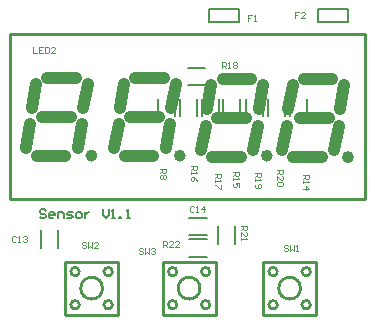
<source format=gto>
G04*
G04 #@! TF.GenerationSoftware,Altium Limited,Altium Designer,23.10.1 (27)*
G04*
G04 Layer_Color=65535*
%FSLAX25Y25*%
%MOIN*%
G70*
G04*
G04 #@! TF.SameCoordinates,05B082E4-6B6C-4FD1-8055-B93BD63D6B00*
G04*
G04*
G04 #@! TF.FilePolarity,Positive*
G04*
G01*
G75*
%ADD10C,0.01000*%
%ADD11C,0.01968*%
%ADD12C,0.00787*%
%ADD13C,0.03937*%
%ADD14C,0.00500*%
%ADD15C,0.00300*%
D10*
X61408Y-90988D02*
G03*
X61408Y-90988I-1420J0D01*
G01*
X72432D02*
G03*
X72432Y-90988I-1420J0D01*
G01*
Y-102013D02*
G03*
X72432Y-102013I-1420J0D01*
G01*
X61408D02*
G03*
X61408Y-102013I-1420J0D01*
G01*
X69130Y-96500D02*
G03*
X69130Y-96500I-3630J0D01*
G01*
X94908Y-90988D02*
G03*
X94908Y-90988I-1420J0D01*
G01*
X105932D02*
G03*
X105932Y-90988I-1420J0D01*
G01*
Y-102013D02*
G03*
X105932Y-102013I-1420J0D01*
G01*
X94908D02*
G03*
X94908Y-102013I-1420J0D01*
G01*
X102630Y-96500D02*
G03*
X102630Y-96500I-3630J0D01*
G01*
X28908Y-90988D02*
G03*
X28908Y-90988I-1420J0D01*
G01*
X39932D02*
G03*
X39932Y-90988I-1420J0D01*
G01*
Y-102013D02*
G03*
X39932Y-102013I-1420J0D01*
G01*
X28908D02*
G03*
X28908Y-102013I-1420J0D01*
G01*
X36630Y-96500D02*
G03*
X36630Y-96500I-3630J0D01*
G01*
X74358Y-105359D02*
Y-87642D01*
X56642D02*
X74358D01*
X56642Y-105359D02*
Y-87642D01*
Y-105359D02*
X74358D01*
X5945Y-11744D02*
X124055D01*
X5945Y-66862D02*
X124055D01*
X5945Y-11744D02*
X5945Y-66862D01*
X124055D02*
Y-11744D01*
X107858Y-105359D02*
Y-87642D01*
X90142D02*
X107858D01*
X90142Y-105359D02*
Y-87642D01*
Y-105359D02*
X107858D01*
X41858D02*
Y-87642D01*
X24142D02*
X41858D01*
X24142Y-105359D02*
Y-87642D01*
Y-105359D02*
X41858D01*
D11*
X92375Y-52303D02*
G03*
X92375Y-52303I-1000J0D01*
G01*
X63375D02*
G03*
X63375Y-52303I-1000J0D01*
G01*
X33938D02*
G03*
X33938Y-52303I-1000J0D01*
G01*
X119438Y-52803D02*
G03*
X119438Y-52803I-1000J0D01*
G01*
D12*
X65447Y-85954D02*
X71353D01*
X65447Y-80246D02*
X71353D01*
X65547Y-73046D02*
X71453D01*
X65547Y-78754D02*
X71453D01*
X60754Y-39253D02*
Y-33347D01*
X55046Y-39253D02*
Y-33347D01*
X104754Y-39253D02*
Y-33347D01*
X99046Y-39253D02*
Y-33347D01*
X76746Y-39353D02*
Y-33447D01*
X82454Y-39353D02*
Y-33447D01*
X62379Y-39253D02*
Y-33347D01*
X68088Y-39253D02*
Y-33347D01*
X69712Y-39253D02*
Y-33347D01*
X75421Y-39253D02*
Y-33347D01*
X65047Y-23146D02*
X70953D01*
X65047Y-28854D02*
X70953D01*
X84379Y-39253D02*
Y-33347D01*
X90088Y-39253D02*
Y-33347D01*
X91712Y-39253D02*
Y-33347D01*
X97421Y-39253D02*
Y-33347D01*
X21854Y-83153D02*
Y-77247D01*
X16146Y-83153D02*
Y-77247D01*
X80854Y-81753D02*
Y-75847D01*
X75146Y-81753D02*
Y-75847D01*
D13*
X102500Y-39803D02*
X112000D01*
X11125Y-49803D02*
X12625Y-41803D01*
X30250Y-36303D02*
X31750Y-28303D01*
X16500Y-39303D02*
X26000D01*
X18250Y-26303D02*
X27750D01*
X14750Y-52303D02*
X24250D01*
X13000Y-36303D02*
X14500Y-28303D01*
X98500Y-36803D02*
X100000Y-28803D01*
X100250Y-52803D02*
X109750D01*
X103750Y-26803D02*
X113250D01*
X115750Y-36803D02*
X117250Y-28803D01*
X96625Y-50303D02*
X98125Y-42303D01*
X113875Y-50303D02*
X115375Y-42303D01*
X42375Y-36303D02*
X43875Y-28302D01*
X44125Y-52302D02*
X53625D01*
X47625Y-26302D02*
X57125D01*
X45875Y-39303D02*
X55375D01*
X59625Y-36303D02*
X61125Y-28302D01*
X40500Y-49803D02*
X42000Y-41802D01*
X28375Y-49803D02*
X29875Y-41803D01*
X71438Y-36803D02*
X72938Y-28802D01*
X73188Y-52802D02*
X82687D01*
X76688Y-26803D02*
X86187D01*
X74937Y-39803D02*
X84438D01*
X88687Y-36803D02*
X90188Y-28802D01*
X69563Y-50302D02*
X71062Y-42303D01*
X86813Y-50302D02*
X88313Y-42303D01*
X57750Y-49803D02*
X59250Y-41802D01*
D14*
X108531Y-3335D02*
X118374D01*
X108531Y-7665D02*
X118374D01*
X108531D02*
Y-3335D01*
X118374Y-7665D02*
Y-3335D01*
X72126Y-7665D02*
X81968D01*
X72126Y-3335D02*
X81968D01*
Y-7665D02*
Y-3335D01*
X72126Y-7665D02*
Y-3335D01*
X17699Y-70601D02*
X17199Y-70101D01*
X16200D01*
X15700Y-70601D01*
Y-71101D01*
X16200Y-71601D01*
X17199D01*
X17699Y-72100D01*
Y-72600D01*
X17199Y-73100D01*
X16200D01*
X15700Y-72600D01*
X20199Y-73100D02*
X19199D01*
X18699Y-72600D01*
Y-71601D01*
X19199Y-71101D01*
X20199D01*
X20698Y-71601D01*
Y-72100D01*
X18699D01*
X21698Y-73100D02*
Y-71101D01*
X23198D01*
X23697Y-71601D01*
Y-73100D01*
X24697D02*
X26197D01*
X26696Y-72600D01*
X26197Y-72100D01*
X25197D01*
X24697Y-71601D01*
X25197Y-71101D01*
X26696D01*
X28196Y-73100D02*
X29196D01*
X29695Y-72600D01*
Y-71601D01*
X29196Y-71101D01*
X28196D01*
X27696Y-71601D01*
Y-72600D01*
X28196Y-73100D01*
X30695Y-71101D02*
Y-73100D01*
Y-72100D01*
X31195Y-71601D01*
X31695Y-71101D01*
X32195D01*
X36693Y-70101D02*
Y-72100D01*
X37693Y-73100D01*
X38693Y-72100D01*
Y-70101D01*
X39692Y-73100D02*
X40692D01*
X40192D01*
Y-70101D01*
X39692Y-70601D01*
X42191Y-73100D02*
Y-72600D01*
X42691D01*
Y-73100D01*
X42191D01*
X44691D02*
X45690D01*
X45191D01*
Y-70101D01*
X44691Y-70601D01*
D15*
X50067Y-83434D02*
X49734Y-83100D01*
X49067D01*
X48734Y-83434D01*
Y-83767D01*
X49067Y-84100D01*
X49734D01*
X50067Y-84433D01*
Y-84766D01*
X49734Y-85100D01*
X49067D01*
X48734Y-84766D01*
X50734Y-83100D02*
Y-85100D01*
X51400Y-84433D01*
X52066Y-85100D01*
Y-83100D01*
X52733Y-83434D02*
X53066Y-83100D01*
X53733D01*
X54066Y-83434D01*
Y-83767D01*
X53733Y-84100D01*
X53399D01*
X53733D01*
X54066Y-84433D01*
Y-84766D01*
X53733Y-85100D01*
X53066D01*
X52733Y-84766D01*
X56734Y-82800D02*
Y-80800D01*
X57734D01*
X58067Y-81134D01*
Y-81800D01*
X57734Y-82133D01*
X56734D01*
X57401D02*
X58067Y-82800D01*
X60066D02*
X58734D01*
X60066Y-81467D01*
Y-81134D01*
X59733Y-80800D01*
X59067D01*
X58734Y-81134D01*
X62066Y-82800D02*
X60733D01*
X62066Y-81467D01*
Y-81134D01*
X61733Y-80800D01*
X61066D01*
X60733Y-81134D01*
X82700Y-75667D02*
X84700D01*
Y-76667D01*
X84367Y-77000D01*
X83700D01*
X83367Y-76667D01*
Y-75667D01*
Y-76334D02*
X82700Y-77000D01*
Y-79000D02*
Y-77667D01*
X84033Y-79000D01*
X84367D01*
X84700Y-78667D01*
Y-78000D01*
X84367Y-77667D01*
X82700Y-79666D02*
Y-80333D01*
Y-79999D01*
X84700D01*
X84367Y-79666D01*
X67034Y-69533D02*
X66701Y-69200D01*
X66034D01*
X65701Y-69533D01*
Y-70866D01*
X66034Y-71200D01*
X66701D01*
X67034Y-70866D01*
X67700Y-71200D02*
X68367D01*
X68033D01*
Y-69200D01*
X67700Y-69533D01*
X70366Y-71200D02*
Y-69200D01*
X69366Y-70200D01*
X70699D01*
X7634Y-79334D02*
X7300Y-79000D01*
X6634D01*
X6301Y-79334D01*
Y-80666D01*
X6634Y-81000D01*
X7300D01*
X7634Y-80666D01*
X8300Y-81000D02*
X8967D01*
X8633D01*
Y-79000D01*
X8300Y-79334D01*
X9966D02*
X10300Y-79000D01*
X10966D01*
X11299Y-79334D01*
Y-79667D01*
X10966Y-80000D01*
X10633D01*
X10966D01*
X11299Y-80333D01*
Y-80666D01*
X10966Y-81000D01*
X10300D01*
X9966Y-80666D01*
X94900Y-57134D02*
X96900D01*
Y-58134D01*
X96566Y-58467D01*
X95900D01*
X95567Y-58134D01*
Y-57134D01*
Y-57801D02*
X94900Y-58467D01*
Y-60466D02*
Y-59134D01*
X96233Y-60466D01*
X96566D01*
X96900Y-60133D01*
Y-59467D01*
X96566Y-59134D01*
Y-61133D02*
X96900Y-61466D01*
Y-62133D01*
X96566Y-62466D01*
X95234D01*
X94900Y-62133D01*
Y-61466D01*
X95234Y-61133D01*
X96566D01*
X87400Y-58101D02*
X89400D01*
Y-59101D01*
X89066Y-59434D01*
X88400D01*
X88067Y-59101D01*
Y-58101D01*
Y-58767D02*
X87400Y-59434D01*
Y-60100D02*
Y-60767D01*
Y-60433D01*
X89400D01*
X89066Y-60100D01*
X87734Y-61766D02*
X87400Y-62099D01*
Y-62766D01*
X87734Y-63099D01*
X89066D01*
X89400Y-62766D01*
Y-62099D01*
X89066Y-61766D01*
X88733D01*
X88400Y-62099D01*
Y-63099D01*
X76601Y-23200D02*
Y-21200D01*
X77601D01*
X77934Y-21533D01*
Y-22200D01*
X77601Y-22533D01*
X76601D01*
X77267D02*
X77934Y-23200D01*
X78600D02*
X79267D01*
X78933D01*
Y-21200D01*
X78600Y-21533D01*
X80266D02*
X80599Y-21200D01*
X81266D01*
X81599Y-21533D01*
Y-21867D01*
X81266Y-22200D01*
X81599Y-22533D01*
Y-22866D01*
X81266Y-23200D01*
X80599D01*
X80266Y-22866D01*
Y-22533D01*
X80599Y-22200D01*
X80266Y-21867D01*
Y-21533D01*
X80599Y-22200D02*
X81266D01*
X74000Y-58301D02*
X76000D01*
Y-59301D01*
X75666Y-59634D01*
X75000D01*
X74667Y-59301D01*
Y-58301D01*
Y-58967D02*
X74000Y-59634D01*
Y-60300D02*
Y-60967D01*
Y-60633D01*
X76000D01*
X75666Y-60300D01*
X76000Y-61966D02*
Y-63299D01*
X75666D01*
X74334Y-61966D01*
X74000D01*
X66100Y-55701D02*
X68100D01*
Y-56700D01*
X67766Y-57034D01*
X67100D01*
X66767Y-56700D01*
Y-55701D01*
Y-56367D02*
X66100Y-57034D01*
Y-57700D02*
Y-58367D01*
Y-58033D01*
X68100D01*
X67766Y-57700D01*
X68100Y-60699D02*
X67766Y-60033D01*
X67100Y-59366D01*
X66434D01*
X66100Y-59699D01*
Y-60366D01*
X66434Y-60699D01*
X66767D01*
X67100Y-60366D01*
Y-59366D01*
X80000Y-57901D02*
X82000D01*
Y-58900D01*
X81666Y-59234D01*
X81000D01*
X80667Y-58900D01*
Y-57901D01*
Y-58567D02*
X80000Y-59234D01*
Y-59900D02*
Y-60567D01*
Y-60233D01*
X82000D01*
X81666Y-59900D01*
X82000Y-62899D02*
Y-61566D01*
X81000D01*
X81333Y-62233D01*
Y-62566D01*
X81000Y-62899D01*
X80334D01*
X80000Y-62566D01*
Y-61900D01*
X80334Y-61566D01*
X103400Y-58801D02*
X105400D01*
Y-59800D01*
X105067Y-60134D01*
X104400D01*
X104067Y-59800D01*
Y-58801D01*
Y-59467D02*
X103400Y-60134D01*
Y-60800D02*
Y-61467D01*
Y-61133D01*
X105400D01*
X105067Y-60800D01*
X103400Y-63466D02*
X105400D01*
X104400Y-62466D01*
Y-63799D01*
X55900Y-56634D02*
X57900D01*
Y-57634D01*
X57566Y-57967D01*
X56900D01*
X56567Y-57634D01*
Y-56634D01*
Y-57300D02*
X55900Y-57967D01*
X57566Y-58633D02*
X57900Y-58966D01*
Y-59633D01*
X57566Y-59966D01*
X57233D01*
X56900Y-59633D01*
X56567Y-59966D01*
X56234D01*
X55900Y-59633D01*
Y-58966D01*
X56234Y-58633D01*
X56567D01*
X56900Y-58966D01*
X57233Y-58633D01*
X57566D01*
X56900Y-58966D02*
Y-59633D01*
X31167Y-81334D02*
X30834Y-81000D01*
X30167D01*
X29834Y-81334D01*
Y-81667D01*
X30167Y-82000D01*
X30834D01*
X31167Y-82333D01*
Y-82666D01*
X30834Y-83000D01*
X30167D01*
X29834Y-82666D01*
X31834Y-81000D02*
Y-83000D01*
X32500Y-82333D01*
X33166Y-83000D01*
Y-81000D01*
X35166Y-83000D02*
X33833D01*
X35166Y-81667D01*
Y-81334D01*
X34833Y-81000D01*
X34166D01*
X33833Y-81334D01*
X98500Y-82333D02*
X98167Y-82000D01*
X97501D01*
X97167Y-82333D01*
Y-82667D01*
X97501Y-83000D01*
X98167D01*
X98500Y-83333D01*
Y-83666D01*
X98167Y-84000D01*
X97501D01*
X97167Y-83666D01*
X99167Y-82000D02*
Y-84000D01*
X99833Y-83333D01*
X100500Y-84000D01*
Y-82000D01*
X101166Y-84000D02*
X101833D01*
X101499D01*
Y-82000D01*
X101166Y-82333D01*
X13334Y-16000D02*
Y-18000D01*
X14667D01*
X16667Y-16000D02*
X15334D01*
Y-18000D01*
X16667D01*
X15334Y-17000D02*
X16000D01*
X17333Y-16000D02*
Y-18000D01*
X18333D01*
X18666Y-17666D01*
Y-16333D01*
X18333Y-16000D01*
X17333D01*
X20665Y-18000D02*
X19333D01*
X20665Y-16667D01*
Y-16333D01*
X20332Y-16000D01*
X19666D01*
X19333Y-16333D01*
X102267Y-4300D02*
X100934D01*
Y-5300D01*
X101600D01*
X100934D01*
Y-6300D01*
X104266D02*
X102933D01*
X104266Y-4967D01*
Y-4634D01*
X103933Y-4300D01*
X103267D01*
X102933Y-4634D01*
X86300Y-5500D02*
X84967D01*
Y-6500D01*
X85634D01*
X84967D01*
Y-7500D01*
X86966D02*
X87633D01*
X87300D01*
Y-5500D01*
X86966Y-5833D01*
M02*

</source>
